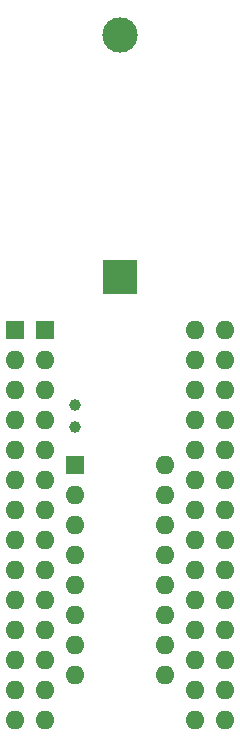
<source format=gbs>
%TF.GenerationSoftware,KiCad,Pcbnew,(5.1.9)-1*%
%TF.CreationDate,2021-02-22T17:40:15+08:00*%
%TF.ProjectId,SmartWatchRedux,536d6172-7457-4617-9463-685265647578,rev?*%
%TF.SameCoordinates,Original*%
%TF.FileFunction,Soldermask,Bot*%
%TF.FilePolarity,Negative*%
%FSLAX46Y46*%
G04 Gerber Fmt 4.6, Leading zero omitted, Abs format (unit mm)*
G04 Created by KiCad (PCBNEW (5.1.9)-1) date 2021-02-22 17:40:15*
%MOMM*%
%LPD*%
G01*
G04 APERTURE LIST*
%ADD10O,1.600000X1.600000*%
%ADD11R,1.600000X1.600000*%
%ADD12C,1.000000*%
%ADD13R,3.000000X3.000000*%
%ADD14C,3.000000*%
G04 APERTURE END LIST*
D10*
%TO.C,CN1*%
X123190000Y-63500000D03*
X107950000Y-96520000D03*
X123190000Y-66040000D03*
X107950000Y-93980000D03*
X123190000Y-68580000D03*
X107950000Y-91440000D03*
X123190000Y-71120000D03*
X107950000Y-88900000D03*
X123190000Y-73660000D03*
X107950000Y-86360000D03*
X123190000Y-76200000D03*
X107950000Y-83820000D03*
X123190000Y-78740000D03*
X107950000Y-81280000D03*
X123190000Y-81280000D03*
X107950000Y-78740000D03*
X123190000Y-83820000D03*
X107950000Y-76200000D03*
X123190000Y-86360000D03*
X107950000Y-73660000D03*
X123190000Y-88900000D03*
X107950000Y-71120000D03*
X123190000Y-91440000D03*
X107950000Y-68580000D03*
X123190000Y-93980000D03*
X107950000Y-66040000D03*
X123190000Y-96520000D03*
D11*
X107950000Y-63500000D03*
%TD*%
D12*
%TO.C,Y1*%
X113030000Y-71755000D03*
X113030000Y-69855000D03*
%TD*%
D10*
%TO.C,U1*%
X125730000Y-63500000D03*
X110490000Y-96520000D03*
X125730000Y-66040000D03*
X110490000Y-93980000D03*
X125730000Y-68580000D03*
X110490000Y-91440000D03*
X125730000Y-71120000D03*
X110490000Y-88900000D03*
X125730000Y-73660000D03*
X110490000Y-86360000D03*
X125730000Y-76200000D03*
X110490000Y-83820000D03*
X125730000Y-78740000D03*
X110490000Y-81280000D03*
X125730000Y-81280000D03*
X110490000Y-78740000D03*
X125730000Y-83820000D03*
X110490000Y-76200000D03*
X125730000Y-86360000D03*
X110490000Y-73660000D03*
X125730000Y-88900000D03*
X110490000Y-71120000D03*
X125730000Y-91440000D03*
X110490000Y-68580000D03*
X125730000Y-93980000D03*
X110490000Y-66040000D03*
X125730000Y-96520000D03*
D11*
X110490000Y-63500000D03*
%TD*%
D10*
%TO.C,U2*%
X120650000Y-74930000D03*
X113030000Y-92710000D03*
X120650000Y-77470000D03*
X113030000Y-90170000D03*
X120650000Y-80010000D03*
X113030000Y-87630000D03*
X120650000Y-82550000D03*
X113030000Y-85090000D03*
X120650000Y-85090000D03*
X113030000Y-82550000D03*
X120650000Y-87630000D03*
X113030000Y-80010000D03*
X120650000Y-90170000D03*
X113030000Y-77470000D03*
X120650000Y-92710000D03*
D11*
X113030000Y-74930000D03*
%TD*%
D13*
%TO.C,BAT1*%
X116840000Y-59055000D03*
D14*
X116840000Y-38565000D03*
%TD*%
M02*

</source>
